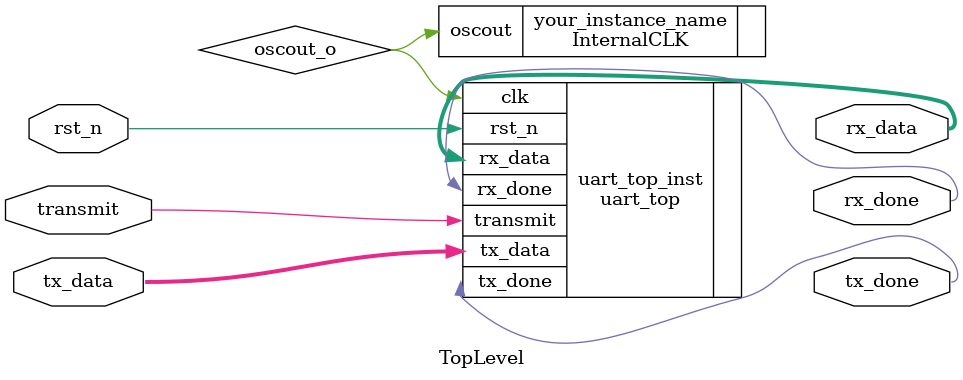
<source format=v>
module TopLevel(
    input wire rst_n,            // Asynchronous reset
    input wire transmit,         // Signal to start transmission
    input wire [7:0] tx_data,    // Data to transmit
    output wire [7:0] rx_data,   // Received data
    output wire tx_done,         // Transmit done flag
    output wire rx_done          // Receive done flag
);

    InternalCLK your_instance_name(
        .oscout(oscout_o) //output oscout
    );

    // UART TX Instance
    uart_top uart_top_inst (
        .clk(oscout_o),
        .rst_n(rst_n),
        .transmit(transmit),
        .tx_data(tx_data),
        .rx_data(rx_data),
        .tx_done(tx_done),
        .rx_done(rx_done)
    );


endmodule

</source>
